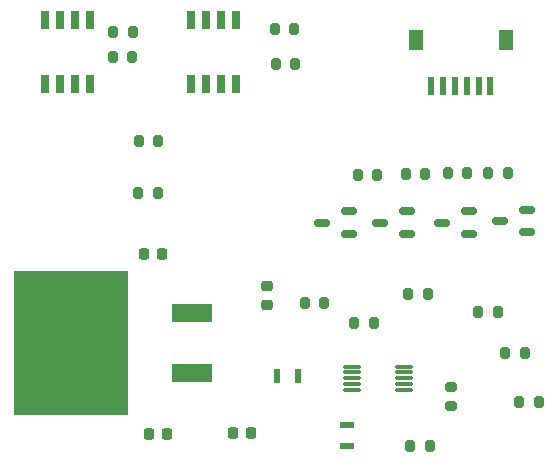
<source format=gtp>
%TF.GenerationSoftware,KiCad,Pcbnew,7.0.10*%
%TF.CreationDate,2024-04-30T20:07:41-04:00*%
%TF.ProjectId,FutekCircuit,46757465-6b43-4697-9263-7569742e6b69,rev?*%
%TF.SameCoordinates,Original*%
%TF.FileFunction,Paste,Top*%
%TF.FilePolarity,Positive*%
%FSLAX46Y46*%
G04 Gerber Fmt 4.6, Leading zero omitted, Abs format (unit mm)*
G04 Created by KiCad (PCBNEW 7.0.10) date 2024-04-30 20:07:41*
%MOMM*%
%LPD*%
G01*
G04 APERTURE LIST*
G04 Aperture macros list*
%AMRoundRect*
0 Rectangle with rounded corners*
0 $1 Rounding radius*
0 $2 $3 $4 $5 $6 $7 $8 $9 X,Y pos of 4 corners*
0 Add a 4 corners polygon primitive as box body*
4,1,4,$2,$3,$4,$5,$6,$7,$8,$9,$2,$3,0*
0 Add four circle primitives for the rounded corners*
1,1,$1+$1,$2,$3*
1,1,$1+$1,$4,$5*
1,1,$1+$1,$6,$7*
1,1,$1+$1,$8,$9*
0 Add four rect primitives between the rounded corners*
20,1,$1+$1,$2,$3,$4,$5,0*
20,1,$1+$1,$4,$5,$6,$7,0*
20,1,$1+$1,$6,$7,$8,$9,0*
20,1,$1+$1,$8,$9,$2,$3,0*%
G04 Aperture macros list end*
%ADD10RoundRect,0.200000X-0.200000X-0.275000X0.200000X-0.275000X0.200000X0.275000X-0.200000X0.275000X0*%
%ADD11RoundRect,0.075000X-0.650000X-0.075000X0.650000X-0.075000X0.650000X0.075000X-0.650000X0.075000X0*%
%ADD12RoundRect,0.200000X0.200000X0.275000X-0.200000X0.275000X-0.200000X-0.275000X0.200000X-0.275000X0*%
%ADD13R,3.500000X1.600000*%
%ADD14R,9.750000X12.200000*%
%ADD15RoundRect,0.225000X0.225000X0.250000X-0.225000X0.250000X-0.225000X-0.250000X0.225000X-0.250000X0*%
%ADD16R,0.650000X1.525000*%
%ADD17RoundRect,0.225000X0.250000X-0.225000X0.250000X0.225000X-0.250000X0.225000X-0.250000X-0.225000X0*%
%ADD18R,0.600000X1.500000*%
%ADD19R,1.200000X1.800000*%
%ADD20RoundRect,0.200000X-0.275000X0.200000X-0.275000X-0.200000X0.275000X-0.200000X0.275000X0.200000X0*%
%ADD21R,0.600000X1.250000*%
%ADD22RoundRect,0.150000X0.512500X0.150000X-0.512500X0.150000X-0.512500X-0.150000X0.512500X-0.150000X0*%
%ADD23RoundRect,0.225000X-0.225000X-0.250000X0.225000X-0.250000X0.225000X0.250000X-0.225000X0.250000X0*%
%ADD24R,1.250000X0.600000*%
G04 APERTURE END LIST*
D10*
%TO.C,R9*%
X210853000Y-89154000D03*
X212503000Y-89154000D03*
%TD*%
%TO.C,R3*%
X196279000Y-79883000D03*
X197929000Y-79883000D03*
%TD*%
%TO.C,R2*%
X182537600Y-77241400D03*
X184187600Y-77241400D03*
%TD*%
D11*
%TO.C,U4*%
X202787000Y-105537000D03*
X202787000Y-106037000D03*
X202787000Y-106537000D03*
X202787000Y-107037000D03*
X202787000Y-107537000D03*
X207187000Y-107537000D03*
X207187000Y-107037000D03*
X207187000Y-106537000D03*
X207187000Y-106037000D03*
X207187000Y-105537000D03*
%TD*%
D12*
%TO.C,R6*%
X186321200Y-90881200D03*
X184671200Y-90881200D03*
%TD*%
D13*
%TO.C,U3*%
X189218000Y-106045000D03*
D14*
X178943000Y-103505000D03*
D13*
X189218000Y-100965000D03*
%TD*%
D10*
%TO.C,R1*%
X182506600Y-79324200D03*
X184156600Y-79324200D03*
%TD*%
D15*
%TO.C,C2*%
X194196000Y-111125000D03*
X192646000Y-111125000D03*
%TD*%
D16*
%TO.C,U2*%
X176784000Y-81624000D03*
X178054000Y-81624000D03*
X179324000Y-81624000D03*
X180594000Y-81624000D03*
X180594000Y-76200000D03*
X179324000Y-76200000D03*
X178054000Y-76200000D03*
X176784000Y-76200000D03*
%TD*%
D10*
%TO.C,R7*%
X214282000Y-89154000D03*
X215932000Y-89154000D03*
%TD*%
D12*
%TO.C,R15*%
X200418200Y-100152200D03*
X198768200Y-100152200D03*
%TD*%
D17*
%TO.C,C3*%
X195554600Y-98755200D03*
X195554600Y-100305200D03*
%TD*%
D10*
%TO.C,R11*%
X207315800Y-89255600D03*
X208965800Y-89255600D03*
%TD*%
D18*
%TO.C,J3*%
X214473000Y-81751000D03*
X213473000Y-81751000D03*
X212473000Y-81751000D03*
X211473000Y-81751000D03*
X210473000Y-81751000D03*
X209473000Y-81751000D03*
D19*
X208173000Y-77851000D03*
X215773000Y-77851000D03*
%TD*%
D10*
%TO.C,R5*%
X184696600Y-86410800D03*
X186346600Y-86410800D03*
%TD*%
D20*
%TO.C,R17*%
X211150200Y-107238800D03*
X211150200Y-108888800D03*
%TD*%
D12*
%TO.C,R14*%
X209142600Y-99415600D03*
X207492600Y-99415600D03*
%TD*%
%TO.C,R18*%
X204583800Y-101854000D03*
X202933800Y-101854000D03*
%TD*%
D21*
%TO.C,FB3*%
X196356400Y-106324400D03*
X198156400Y-106324400D03*
%TD*%
D12*
%TO.C,R16*%
X209320400Y-112293400D03*
X207670400Y-112293400D03*
%TD*%
%TO.C,R10*%
X217379800Y-104394000D03*
X215729800Y-104394000D03*
%TD*%
%TO.C,R12*%
X215093800Y-100939600D03*
X213443800Y-100939600D03*
%TD*%
%TO.C,R8*%
X218548200Y-108559600D03*
X216898200Y-108559600D03*
%TD*%
D15*
%TO.C,C1*%
X186703000Y-96012000D03*
X185153000Y-96012000D03*
%TD*%
D10*
%TO.C,R4*%
X196215000Y-76962000D03*
X197865000Y-76962000D03*
%TD*%
D22*
%TO.C,Q4\u002C3\u002C2\u002C1*%
X202481000Y-94295000D03*
X202481000Y-92395000D03*
X200206000Y-93345000D03*
%TD*%
%TO.C,Q2*%
X212641000Y-94295000D03*
X212641000Y-92395000D03*
X210366000Y-93345000D03*
%TD*%
D23*
%TO.C,C4*%
X185547000Y-111252000D03*
X187097000Y-111252000D03*
%TD*%
D22*
%TO.C,Q1*%
X217594000Y-94168000D03*
X217594000Y-92268000D03*
X215319000Y-93218000D03*
%TD*%
D10*
%TO.C,R13*%
X203233000Y-89281000D03*
X204883000Y-89281000D03*
%TD*%
D22*
%TO.C,Q3*%
X207434000Y-94295000D03*
X207434000Y-92395000D03*
X205159000Y-93345000D03*
%TD*%
D16*
%TO.C,U1*%
X192913000Y-76200000D03*
X191643000Y-76200000D03*
X190373000Y-76200000D03*
X189103000Y-76200000D03*
X189103000Y-81624000D03*
X190373000Y-81624000D03*
X191643000Y-81624000D03*
X192913000Y-81624000D03*
%TD*%
D24*
%TO.C,FB2*%
X202311000Y-110490000D03*
X202311000Y-112290000D03*
%TD*%
M02*

</source>
